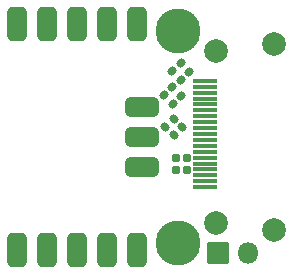
<source format=gbr>
%TF.GenerationSoftware,KiCad,Pcbnew,5.99.0-unknown-8eca23aabe~115~ubuntu20.04.1*%
%TF.CreationDate,2021-02-02T11:51:55+00:00*%
%TF.ProjectId,dvi-sock,6476692d-736f-4636-9b2e-6b696361645f,rev?*%
%TF.SameCoordinates,Original*%
%TF.FileFunction,Soldermask,Top*%
%TF.FilePolarity,Negative*%
%FSLAX46Y46*%
G04 Gerber Fmt 4.6, Leading zero omitted, Abs format (unit mm)*
G04 Created by KiCad (PCBNEW 5.99.0-unknown-8eca23aabe~115~ubuntu20.04.1) date 2021-02-02 11:51:55*
%MOMM*%
%LPD*%
G01*
G04 APERTURE LIST*
G04 Aperture macros list*
%AMRoundRect*
0 Rectangle with rounded corners*
0 $1 Rounding radius*
0 $2 $3 $4 $5 $6 $7 $8 $9 X,Y pos of 4 corners*
0 Add a 4 corners polygon primitive as box body*
4,1,4,$2,$3,$4,$5,$6,$7,$8,$9,$2,$3,0*
0 Add four circle primitives for the rounded corners*
1,1,$1+$1,$2,$3*
1,1,$1+$1,$4,$5*
1,1,$1+$1,$6,$7*
1,1,$1+$1,$8,$9*
0 Add four rect primitives between the rounded corners*
20,1,$1+$1,$2,$3,$4,$5,0*
20,1,$1+$1,$4,$5,$6,$7,0*
20,1,$1+$1,$6,$7,$8,$9,0*
20,1,$1+$1,$8,$9,$2,$3,0*%
G04 Aperture macros list end*
%ADD10C,3.800000*%
%ADD11RoundRect,0.160000X-0.261630X-0.035355X-0.035355X-0.261630X0.261630X0.035355X0.035355X0.261630X0*%
%ADD12RoundRect,0.050000X0.850000X-0.850000X0.850000X0.850000X-0.850000X0.850000X-0.850000X-0.850000X0*%
%ADD13O,1.800000X1.800000*%
%ADD14C,0.700000*%
%ADD15RoundRect,0.406000X-0.406000X-1.044000X0.406000X-1.044000X0.406000X1.044000X-0.406000X1.044000X0*%
%ADD16RoundRect,0.160000X0.210000X-0.160000X0.210000X0.160000X-0.210000X0.160000X-0.210000X-0.160000X0*%
%ADD17RoundRect,0.160000X0.035355X-0.261630X0.261630X-0.035355X-0.035355X0.261630X-0.261630X0.035355X0*%
%ADD18RoundRect,0.406000X0.406000X1.044000X-0.406000X1.044000X-0.406000X-1.044000X0.406000X-1.044000X0*%
%ADD19RoundRect,0.406000X1.044000X-0.406000X1.044000X0.406000X-1.044000X0.406000X-1.044000X-0.406000X0*%
%ADD20RoundRect,0.050000X-0.950000X0.150000X-0.950000X-0.150000X0.950000X-0.150000X0.950000X0.150000X0*%
%ADD21C,2.000000*%
G04 APERTURE END LIST*
D10*
%TO.C,REF\u002A\u002A*%
X156500000Y-94000000D03*
%TD*%
D11*
%TO.C,R2*%
X156039376Y-79439376D03*
X156760624Y-80160624D03*
%TD*%
D12*
%TO.C,J5*%
X159900000Y-94800000D03*
D13*
X162440000Y-94800000D03*
%TD*%
D10*
%TO.C,REF\u002A\u002A*%
X156500000Y-76000000D03*
%TD*%
D14*
%TO.C,J1*%
X142840000Y-95500000D03*
D15*
X142840000Y-94600000D03*
X145380000Y-94600000D03*
D14*
X145380000Y-95500000D03*
X147920000Y-95500000D03*
D15*
X147920000Y-94600000D03*
X150460000Y-94600000D03*
D14*
X150460000Y-95500000D03*
X153000000Y-95500000D03*
D15*
X153000000Y-94600000D03*
%TD*%
D16*
%TO.C,R8*%
X157250000Y-87810000D03*
X157250000Y-86790000D03*
%TD*%
D17*
%TO.C,R6*%
X156139376Y-84860624D03*
X156860624Y-84139376D03*
%TD*%
D11*
%TO.C,R1*%
X156739376Y-78739376D03*
X157460624Y-79460624D03*
%TD*%
D16*
%TO.C,R7*%
X156300000Y-87810000D03*
X156300000Y-86790000D03*
%TD*%
D11*
%TO.C,R3*%
X156039376Y-80789376D03*
X156760624Y-81510624D03*
%TD*%
D14*
%TO.C,J2*%
X153000000Y-74500000D03*
D18*
X153000000Y-75400000D03*
X150460000Y-75400000D03*
D14*
X150460000Y-74500000D03*
X147920000Y-74500000D03*
D18*
X147920000Y-75400000D03*
D14*
X145380000Y-74500000D03*
D18*
X145380000Y-75400000D03*
X142840000Y-75400000D03*
D14*
X142840000Y-74500000D03*
%TD*%
%TO.C,J3*%
X154400000Y-87540000D03*
D19*
X153500000Y-87540000D03*
D14*
X154400000Y-85000000D03*
D19*
X153500000Y-85000000D03*
D14*
X154400000Y-82460000D03*
D19*
X153500000Y-82460000D03*
%TD*%
D17*
%TO.C,R5*%
X155439376Y-84160624D03*
X156160624Y-83439376D03*
%TD*%
D20*
%TO.C,J4*%
X158800000Y-80250000D03*
X158800000Y-80750000D03*
X158800000Y-81250000D03*
X158800000Y-81750000D03*
X158800000Y-82250000D03*
X158800000Y-82750000D03*
X158800000Y-83250000D03*
X158800000Y-83750000D03*
X158800000Y-84250000D03*
X158800000Y-84750000D03*
X158800000Y-85250000D03*
X158800000Y-85750000D03*
X158800000Y-86250000D03*
X158800000Y-86750000D03*
X158800000Y-87250000D03*
X158800000Y-87750000D03*
X158800000Y-88250000D03*
X158800000Y-88750000D03*
X158800000Y-89250000D03*
D21*
X164600000Y-77150000D03*
X159700000Y-77750000D03*
X159700000Y-92250000D03*
X164600000Y-92850000D03*
%TD*%
D11*
%TO.C,R4*%
X155339376Y-81489376D03*
X156060624Y-82210624D03*
%TD*%
M02*

</source>
